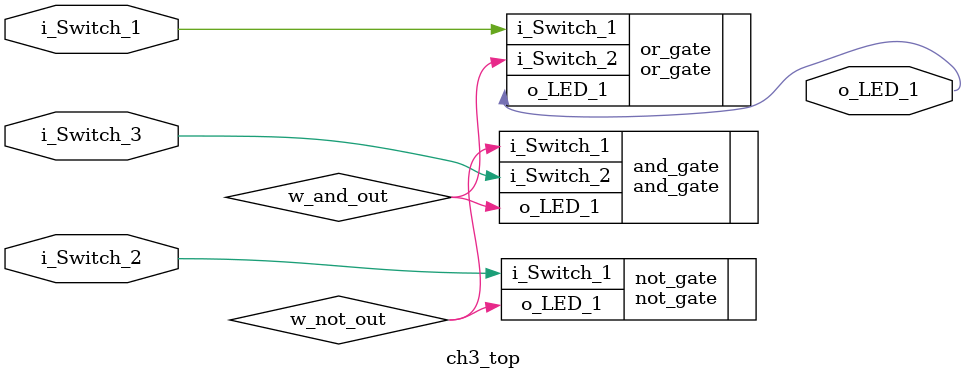
<source format=v>
module ch3_top (
	input i_Switch_1,
	input i_Switch_2,
	input i_Switch_3,
	output o_LED_1);

wire w_not_out;
wire w_and_out;

or_gate or_gate(
	.i_Switch_1(i_Switch_1),
	.i_Switch_2(w_and_out),
	.o_LED_1(o_LED_1));

not_gate not_gate(
	.i_Switch_1(i_Switch_2),
	.o_LED_1(w_not_out));

and_gate and_gate(
	.i_Switch_1(w_not_out),
	.i_Switch_2(i_Switch_3),
	.o_LED_1(w_and_out));

endmodule

</source>
